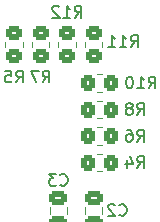
<source format=gbo>
G04 #@! TF.GenerationSoftware,KiCad,Pcbnew,8.0.8*
G04 #@! TF.CreationDate,2025-01-22T20:03:17-06:00*
G04 #@! TF.ProjectId,mainboard,6d61696e-626f-4617-9264-2e6b69636164,rev?*
G04 #@! TF.SameCoordinates,Original*
G04 #@! TF.FileFunction,Legend,Bot*
G04 #@! TF.FilePolarity,Positive*
%FSLAX46Y46*%
G04 Gerber Fmt 4.6, Leading zero omitted, Abs format (unit mm)*
G04 Created by KiCad (PCBNEW 8.0.8) date 2025-01-22 20:03:17*
%MOMM*%
%LPD*%
G01*
G04 APERTURE LIST*
G04 Aperture macros list*
%AMRoundRect*
0 Rectangle with rounded corners*
0 $1 Rounding radius*
0 $2 $3 $4 $5 $6 $7 $8 $9 X,Y pos of 4 corners*
0 Add a 4 corners polygon primitive as box body*
4,1,4,$2,$3,$4,$5,$6,$7,$8,$9,$2,$3,0*
0 Add four circle primitives for the rounded corners*
1,1,$1+$1,$2,$3*
1,1,$1+$1,$4,$5*
1,1,$1+$1,$6,$7*
1,1,$1+$1,$8,$9*
0 Add four rect primitives between the rounded corners*
20,1,$1+$1,$2,$3,$4,$5,0*
20,1,$1+$1,$4,$5,$6,$7,0*
20,1,$1+$1,$6,$7,$8,$9,0*
20,1,$1+$1,$8,$9,$2,$3,0*%
G04 Aperture macros list end*
%ADD10C,0.150000*%
%ADD11C,0.120000*%
%ADD12C,2.200000*%
%ADD13C,0.650000*%
%ADD14O,1.000000X2.100000*%
%ADD15O,1.000000X1.800000*%
%ADD16RoundRect,0.250000X0.450000X-0.350000X0.450000X0.350000X-0.450000X0.350000X-0.450000X-0.350000X0*%
%ADD17RoundRect,0.250000X0.350000X0.450000X-0.350000X0.450000X-0.350000X-0.450000X0.350000X-0.450000X0*%
%ADD18RoundRect,0.250000X0.475000X-0.337500X0.475000X0.337500X-0.475000X0.337500X-0.475000X-0.337500X0*%
%ADD19RoundRect,0.250000X-0.450000X0.350000X-0.450000X-0.350000X0.450000X-0.350000X0.450000X0.350000X0*%
G04 APERTURE END LIST*
D10*
X122916666Y-101454819D02*
X123249999Y-100978628D01*
X123488094Y-101454819D02*
X123488094Y-100454819D01*
X123488094Y-100454819D02*
X123107142Y-100454819D01*
X123107142Y-100454819D02*
X123011904Y-100502438D01*
X123011904Y-100502438D02*
X122964285Y-100550057D01*
X122964285Y-100550057D02*
X122916666Y-100645295D01*
X122916666Y-100645295D02*
X122916666Y-100788152D01*
X122916666Y-100788152D02*
X122964285Y-100883390D01*
X122964285Y-100883390D02*
X123011904Y-100931009D01*
X123011904Y-100931009D02*
X123107142Y-100978628D01*
X123107142Y-100978628D02*
X123488094Y-100978628D01*
X122011904Y-100454819D02*
X122488094Y-100454819D01*
X122488094Y-100454819D02*
X122535713Y-100931009D01*
X122535713Y-100931009D02*
X122488094Y-100883390D01*
X122488094Y-100883390D02*
X122392856Y-100835771D01*
X122392856Y-100835771D02*
X122154761Y-100835771D01*
X122154761Y-100835771D02*
X122059523Y-100883390D01*
X122059523Y-100883390D02*
X122011904Y-100931009D01*
X122011904Y-100931009D02*
X121964285Y-101026247D01*
X121964285Y-101026247D02*
X121964285Y-101264342D01*
X121964285Y-101264342D02*
X122011904Y-101359580D01*
X122011904Y-101359580D02*
X122059523Y-101407200D01*
X122059523Y-101407200D02*
X122154761Y-101454819D01*
X122154761Y-101454819D02*
X122392856Y-101454819D01*
X122392856Y-101454819D02*
X122488094Y-101407200D01*
X122488094Y-101407200D02*
X122535713Y-101359580D01*
X133166666Y-104204819D02*
X133499999Y-103728628D01*
X133738094Y-104204819D02*
X133738094Y-103204819D01*
X133738094Y-103204819D02*
X133357142Y-103204819D01*
X133357142Y-103204819D02*
X133261904Y-103252438D01*
X133261904Y-103252438D02*
X133214285Y-103300057D01*
X133214285Y-103300057D02*
X133166666Y-103395295D01*
X133166666Y-103395295D02*
X133166666Y-103538152D01*
X133166666Y-103538152D02*
X133214285Y-103633390D01*
X133214285Y-103633390D02*
X133261904Y-103681009D01*
X133261904Y-103681009D02*
X133357142Y-103728628D01*
X133357142Y-103728628D02*
X133738094Y-103728628D01*
X132595237Y-103633390D02*
X132690475Y-103585771D01*
X132690475Y-103585771D02*
X132738094Y-103538152D01*
X132738094Y-103538152D02*
X132785713Y-103442914D01*
X132785713Y-103442914D02*
X132785713Y-103395295D01*
X132785713Y-103395295D02*
X132738094Y-103300057D01*
X132738094Y-103300057D02*
X132690475Y-103252438D01*
X132690475Y-103252438D02*
X132595237Y-103204819D01*
X132595237Y-103204819D02*
X132404761Y-103204819D01*
X132404761Y-103204819D02*
X132309523Y-103252438D01*
X132309523Y-103252438D02*
X132261904Y-103300057D01*
X132261904Y-103300057D02*
X132214285Y-103395295D01*
X132214285Y-103395295D02*
X132214285Y-103442914D01*
X132214285Y-103442914D02*
X132261904Y-103538152D01*
X132261904Y-103538152D02*
X132309523Y-103585771D01*
X132309523Y-103585771D02*
X132404761Y-103633390D01*
X132404761Y-103633390D02*
X132595237Y-103633390D01*
X132595237Y-103633390D02*
X132690475Y-103681009D01*
X132690475Y-103681009D02*
X132738094Y-103728628D01*
X132738094Y-103728628D02*
X132785713Y-103823866D01*
X132785713Y-103823866D02*
X132785713Y-104014342D01*
X132785713Y-104014342D02*
X132738094Y-104109580D01*
X132738094Y-104109580D02*
X132690475Y-104157200D01*
X132690475Y-104157200D02*
X132595237Y-104204819D01*
X132595237Y-104204819D02*
X132404761Y-104204819D01*
X132404761Y-104204819D02*
X132309523Y-104157200D01*
X132309523Y-104157200D02*
X132261904Y-104109580D01*
X132261904Y-104109580D02*
X132214285Y-104014342D01*
X132214285Y-104014342D02*
X132214285Y-103823866D01*
X132214285Y-103823866D02*
X132261904Y-103728628D01*
X132261904Y-103728628D02*
X132309523Y-103681009D01*
X132309523Y-103681009D02*
X132404761Y-103633390D01*
X125166666Y-101454819D02*
X125499999Y-100978628D01*
X125738094Y-101454819D02*
X125738094Y-100454819D01*
X125738094Y-100454819D02*
X125357142Y-100454819D01*
X125357142Y-100454819D02*
X125261904Y-100502438D01*
X125261904Y-100502438D02*
X125214285Y-100550057D01*
X125214285Y-100550057D02*
X125166666Y-100645295D01*
X125166666Y-100645295D02*
X125166666Y-100788152D01*
X125166666Y-100788152D02*
X125214285Y-100883390D01*
X125214285Y-100883390D02*
X125261904Y-100931009D01*
X125261904Y-100931009D02*
X125357142Y-100978628D01*
X125357142Y-100978628D02*
X125738094Y-100978628D01*
X124833332Y-100454819D02*
X124166666Y-100454819D01*
X124166666Y-100454819D02*
X124595237Y-101454819D01*
X131666666Y-112647080D02*
X131714285Y-112694700D01*
X131714285Y-112694700D02*
X131857142Y-112742319D01*
X131857142Y-112742319D02*
X131952380Y-112742319D01*
X131952380Y-112742319D02*
X132095237Y-112694700D01*
X132095237Y-112694700D02*
X132190475Y-112599461D01*
X132190475Y-112599461D02*
X132238094Y-112504223D01*
X132238094Y-112504223D02*
X132285713Y-112313747D01*
X132285713Y-112313747D02*
X132285713Y-112170890D01*
X132285713Y-112170890D02*
X132238094Y-111980414D01*
X132238094Y-111980414D02*
X132190475Y-111885176D01*
X132190475Y-111885176D02*
X132095237Y-111789938D01*
X132095237Y-111789938D02*
X131952380Y-111742319D01*
X131952380Y-111742319D02*
X131857142Y-111742319D01*
X131857142Y-111742319D02*
X131714285Y-111789938D01*
X131714285Y-111789938D02*
X131666666Y-111837557D01*
X131285713Y-111837557D02*
X131238094Y-111789938D01*
X131238094Y-111789938D02*
X131142856Y-111742319D01*
X131142856Y-111742319D02*
X130904761Y-111742319D01*
X130904761Y-111742319D02*
X130809523Y-111789938D01*
X130809523Y-111789938D02*
X130761904Y-111837557D01*
X130761904Y-111837557D02*
X130714285Y-111932795D01*
X130714285Y-111932795D02*
X130714285Y-112028033D01*
X130714285Y-112028033D02*
X130761904Y-112170890D01*
X130761904Y-112170890D02*
X131333332Y-112742319D01*
X131333332Y-112742319D02*
X130714285Y-112742319D01*
X133166666Y-108704819D02*
X133499999Y-108228628D01*
X133738094Y-108704819D02*
X133738094Y-107704819D01*
X133738094Y-107704819D02*
X133357142Y-107704819D01*
X133357142Y-107704819D02*
X133261904Y-107752438D01*
X133261904Y-107752438D02*
X133214285Y-107800057D01*
X133214285Y-107800057D02*
X133166666Y-107895295D01*
X133166666Y-107895295D02*
X133166666Y-108038152D01*
X133166666Y-108038152D02*
X133214285Y-108133390D01*
X133214285Y-108133390D02*
X133261904Y-108181009D01*
X133261904Y-108181009D02*
X133357142Y-108228628D01*
X133357142Y-108228628D02*
X133738094Y-108228628D01*
X132309523Y-108038152D02*
X132309523Y-108704819D01*
X132547618Y-107657200D02*
X132785713Y-108371485D01*
X132785713Y-108371485D02*
X132166666Y-108371485D01*
X126666666Y-110097080D02*
X126714285Y-110144700D01*
X126714285Y-110144700D02*
X126857142Y-110192319D01*
X126857142Y-110192319D02*
X126952380Y-110192319D01*
X126952380Y-110192319D02*
X127095237Y-110144700D01*
X127095237Y-110144700D02*
X127190475Y-110049461D01*
X127190475Y-110049461D02*
X127238094Y-109954223D01*
X127238094Y-109954223D02*
X127285713Y-109763747D01*
X127285713Y-109763747D02*
X127285713Y-109620890D01*
X127285713Y-109620890D02*
X127238094Y-109430414D01*
X127238094Y-109430414D02*
X127190475Y-109335176D01*
X127190475Y-109335176D02*
X127095237Y-109239938D01*
X127095237Y-109239938D02*
X126952380Y-109192319D01*
X126952380Y-109192319D02*
X126857142Y-109192319D01*
X126857142Y-109192319D02*
X126714285Y-109239938D01*
X126714285Y-109239938D02*
X126666666Y-109287557D01*
X126333332Y-109192319D02*
X125714285Y-109192319D01*
X125714285Y-109192319D02*
X126047618Y-109573271D01*
X126047618Y-109573271D02*
X125904761Y-109573271D01*
X125904761Y-109573271D02*
X125809523Y-109620890D01*
X125809523Y-109620890D02*
X125761904Y-109668509D01*
X125761904Y-109668509D02*
X125714285Y-109763747D01*
X125714285Y-109763747D02*
X125714285Y-110001842D01*
X125714285Y-110001842D02*
X125761904Y-110097080D01*
X125761904Y-110097080D02*
X125809523Y-110144700D01*
X125809523Y-110144700D02*
X125904761Y-110192319D01*
X125904761Y-110192319D02*
X126190475Y-110192319D01*
X126190475Y-110192319D02*
X126285713Y-110144700D01*
X126285713Y-110144700D02*
X126333332Y-110097080D01*
X132642857Y-98454819D02*
X132976190Y-97978628D01*
X133214285Y-98454819D02*
X133214285Y-97454819D01*
X133214285Y-97454819D02*
X132833333Y-97454819D01*
X132833333Y-97454819D02*
X132738095Y-97502438D01*
X132738095Y-97502438D02*
X132690476Y-97550057D01*
X132690476Y-97550057D02*
X132642857Y-97645295D01*
X132642857Y-97645295D02*
X132642857Y-97788152D01*
X132642857Y-97788152D02*
X132690476Y-97883390D01*
X132690476Y-97883390D02*
X132738095Y-97931009D01*
X132738095Y-97931009D02*
X132833333Y-97978628D01*
X132833333Y-97978628D02*
X133214285Y-97978628D01*
X131690476Y-98454819D02*
X132261904Y-98454819D01*
X131976190Y-98454819D02*
X131976190Y-97454819D01*
X131976190Y-97454819D02*
X132071428Y-97597676D01*
X132071428Y-97597676D02*
X132166666Y-97692914D01*
X132166666Y-97692914D02*
X132261904Y-97740533D01*
X130738095Y-98454819D02*
X131309523Y-98454819D01*
X131023809Y-98454819D02*
X131023809Y-97454819D01*
X131023809Y-97454819D02*
X131119047Y-97597676D01*
X131119047Y-97597676D02*
X131214285Y-97692914D01*
X131214285Y-97692914D02*
X131309523Y-97740533D01*
X134142857Y-101954819D02*
X134476190Y-101478628D01*
X134714285Y-101954819D02*
X134714285Y-100954819D01*
X134714285Y-100954819D02*
X134333333Y-100954819D01*
X134333333Y-100954819D02*
X134238095Y-101002438D01*
X134238095Y-101002438D02*
X134190476Y-101050057D01*
X134190476Y-101050057D02*
X134142857Y-101145295D01*
X134142857Y-101145295D02*
X134142857Y-101288152D01*
X134142857Y-101288152D02*
X134190476Y-101383390D01*
X134190476Y-101383390D02*
X134238095Y-101431009D01*
X134238095Y-101431009D02*
X134333333Y-101478628D01*
X134333333Y-101478628D02*
X134714285Y-101478628D01*
X133190476Y-101954819D02*
X133761904Y-101954819D01*
X133476190Y-101954819D02*
X133476190Y-100954819D01*
X133476190Y-100954819D02*
X133571428Y-101097676D01*
X133571428Y-101097676D02*
X133666666Y-101192914D01*
X133666666Y-101192914D02*
X133761904Y-101240533D01*
X132571428Y-100954819D02*
X132476190Y-100954819D01*
X132476190Y-100954819D02*
X132380952Y-101002438D01*
X132380952Y-101002438D02*
X132333333Y-101050057D01*
X132333333Y-101050057D02*
X132285714Y-101145295D01*
X132285714Y-101145295D02*
X132238095Y-101335771D01*
X132238095Y-101335771D02*
X132238095Y-101573866D01*
X132238095Y-101573866D02*
X132285714Y-101764342D01*
X132285714Y-101764342D02*
X132333333Y-101859580D01*
X132333333Y-101859580D02*
X132380952Y-101907200D01*
X132380952Y-101907200D02*
X132476190Y-101954819D01*
X132476190Y-101954819D02*
X132571428Y-101954819D01*
X132571428Y-101954819D02*
X132666666Y-101907200D01*
X132666666Y-101907200D02*
X132714285Y-101859580D01*
X132714285Y-101859580D02*
X132761904Y-101764342D01*
X132761904Y-101764342D02*
X132809523Y-101573866D01*
X132809523Y-101573866D02*
X132809523Y-101335771D01*
X132809523Y-101335771D02*
X132761904Y-101145295D01*
X132761904Y-101145295D02*
X132714285Y-101050057D01*
X132714285Y-101050057D02*
X132666666Y-101002438D01*
X132666666Y-101002438D02*
X132571428Y-100954819D01*
X127892857Y-95954819D02*
X128226190Y-95478628D01*
X128464285Y-95954819D02*
X128464285Y-94954819D01*
X128464285Y-94954819D02*
X128083333Y-94954819D01*
X128083333Y-94954819D02*
X127988095Y-95002438D01*
X127988095Y-95002438D02*
X127940476Y-95050057D01*
X127940476Y-95050057D02*
X127892857Y-95145295D01*
X127892857Y-95145295D02*
X127892857Y-95288152D01*
X127892857Y-95288152D02*
X127940476Y-95383390D01*
X127940476Y-95383390D02*
X127988095Y-95431009D01*
X127988095Y-95431009D02*
X128083333Y-95478628D01*
X128083333Y-95478628D02*
X128464285Y-95478628D01*
X126940476Y-95954819D02*
X127511904Y-95954819D01*
X127226190Y-95954819D02*
X127226190Y-94954819D01*
X127226190Y-94954819D02*
X127321428Y-95097676D01*
X127321428Y-95097676D02*
X127416666Y-95192914D01*
X127416666Y-95192914D02*
X127511904Y-95240533D01*
X126559523Y-95050057D02*
X126511904Y-95002438D01*
X126511904Y-95002438D02*
X126416666Y-94954819D01*
X126416666Y-94954819D02*
X126178571Y-94954819D01*
X126178571Y-94954819D02*
X126083333Y-95002438D01*
X126083333Y-95002438D02*
X126035714Y-95050057D01*
X126035714Y-95050057D02*
X125988095Y-95145295D01*
X125988095Y-95145295D02*
X125988095Y-95240533D01*
X125988095Y-95240533D02*
X126035714Y-95383390D01*
X126035714Y-95383390D02*
X126607142Y-95954819D01*
X126607142Y-95954819D02*
X125988095Y-95954819D01*
X133166666Y-106454819D02*
X133499999Y-105978628D01*
X133738094Y-106454819D02*
X133738094Y-105454819D01*
X133738094Y-105454819D02*
X133357142Y-105454819D01*
X133357142Y-105454819D02*
X133261904Y-105502438D01*
X133261904Y-105502438D02*
X133214285Y-105550057D01*
X133214285Y-105550057D02*
X133166666Y-105645295D01*
X133166666Y-105645295D02*
X133166666Y-105788152D01*
X133166666Y-105788152D02*
X133214285Y-105883390D01*
X133214285Y-105883390D02*
X133261904Y-105931009D01*
X133261904Y-105931009D02*
X133357142Y-105978628D01*
X133357142Y-105978628D02*
X133738094Y-105978628D01*
X132309523Y-105454819D02*
X132499999Y-105454819D01*
X132499999Y-105454819D02*
X132595237Y-105502438D01*
X132595237Y-105502438D02*
X132642856Y-105550057D01*
X132642856Y-105550057D02*
X132738094Y-105692914D01*
X132738094Y-105692914D02*
X132785713Y-105883390D01*
X132785713Y-105883390D02*
X132785713Y-106264342D01*
X132785713Y-106264342D02*
X132738094Y-106359580D01*
X132738094Y-106359580D02*
X132690475Y-106407200D01*
X132690475Y-106407200D02*
X132595237Y-106454819D01*
X132595237Y-106454819D02*
X132404761Y-106454819D01*
X132404761Y-106454819D02*
X132309523Y-106407200D01*
X132309523Y-106407200D02*
X132261904Y-106359580D01*
X132261904Y-106359580D02*
X132214285Y-106264342D01*
X132214285Y-106264342D02*
X132214285Y-106026247D01*
X132214285Y-106026247D02*
X132261904Y-105931009D01*
X132261904Y-105931009D02*
X132309523Y-105883390D01*
X132309523Y-105883390D02*
X132404761Y-105835771D01*
X132404761Y-105835771D02*
X132595237Y-105835771D01*
X132595237Y-105835771D02*
X132690475Y-105883390D01*
X132690475Y-105883390D02*
X132738094Y-105931009D01*
X132738094Y-105931009D02*
X132785713Y-106026247D01*
D11*
X122015000Y-98022936D02*
X122015000Y-98477064D01*
X123485000Y-98022936D02*
X123485000Y-98477064D01*
X129772936Y-103015000D02*
X130227064Y-103015000D01*
X129772936Y-104485000D02*
X130227064Y-104485000D01*
X124265000Y-98022936D02*
X124265000Y-98477064D01*
X125735000Y-98022936D02*
X125735000Y-98477064D01*
X128765000Y-112026248D02*
X128765000Y-112548752D01*
X130235000Y-112026248D02*
X130235000Y-112548752D01*
X129772936Y-107515000D02*
X130227064Y-107515000D01*
X129772936Y-108985000D02*
X130227064Y-108985000D01*
X125765000Y-112026248D02*
X125765000Y-112548752D01*
X127235000Y-112026248D02*
X127235000Y-112548752D01*
X128765000Y-98477064D02*
X128765000Y-98022936D01*
X130235000Y-98477064D02*
X130235000Y-98022936D01*
X129772936Y-100765000D02*
X130227064Y-100765000D01*
X129772936Y-102235000D02*
X130227064Y-102235000D01*
X126515000Y-98477064D02*
X126515000Y-98022936D01*
X127985000Y-98477064D02*
X127985000Y-98022936D01*
X129772936Y-105265000D02*
X130227064Y-105265000D01*
X129772936Y-106735000D02*
X130227064Y-106735000D01*
%LPC*%
D12*
X140250000Y-117250000D03*
D13*
X127140000Y-70605000D03*
X121360000Y-70605000D03*
D14*
X128570000Y-71105000D03*
D15*
X128570000Y-66925000D03*
D14*
X119930000Y-71105000D03*
D15*
X119930000Y-66925000D03*
D12*
X108250000Y-68250000D03*
X108250000Y-117250000D03*
X140250000Y-68250000D03*
D16*
X122750000Y-99250000D03*
X122750000Y-97250000D03*
D17*
X131000000Y-103750000D03*
X129000000Y-103750000D03*
D16*
X125000000Y-99250000D03*
X125000000Y-97250000D03*
D18*
X129500000Y-113325000D03*
X129500000Y-111250000D03*
D17*
X131000000Y-108250000D03*
X129000000Y-108250000D03*
D18*
X126500000Y-113325000D03*
X126500000Y-111250000D03*
D19*
X129500000Y-97250000D03*
X129500000Y-99250000D03*
D17*
X131000000Y-101500000D03*
X129000000Y-101500000D03*
D19*
X127250000Y-97250000D03*
X127250000Y-99250000D03*
D17*
X131000000Y-106000000D03*
X129000000Y-106000000D03*
%LPD*%
M02*

</source>
